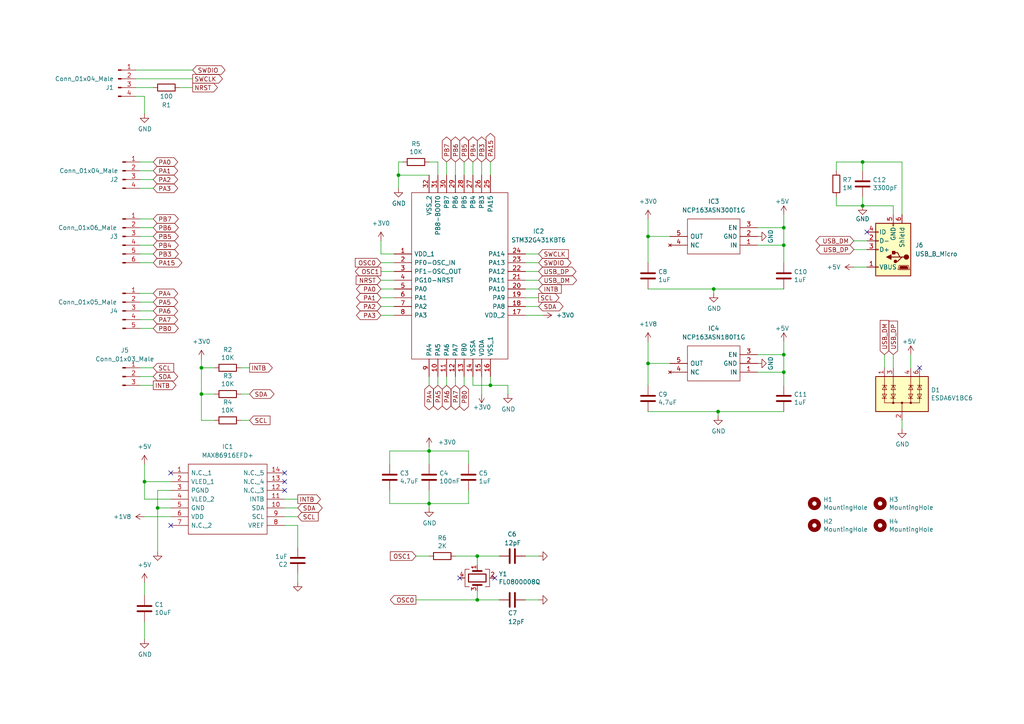
<source format=kicad_sch>
(kicad_sch (version 20250114) (generator "eeschema") (generator_version "9.0")
  (paper "A4")
  (lib_symbols
    (symbol "Connector:Conn_01x03_Male" (pin_names (offset 1.016) (hide yes))
      (property "Reference" "J" (at 0 5.08 0))
      (property "Value" "Conn_01x03_Male" (at 0 -5.08 0))
      (symbol "Conn_01x03_Male_1_1"
        (rectangle (start 0.8636 2.667) (end 0 2.413) (stroke (width 0.1524)) (fill (type outline)))
        (rectangle (start 0.8636 0.127) (end 0 -0.127) (stroke (width 0.1524)) (fill (type outline)))
        (rectangle (start 0.8636 -2.413) (end 0 -2.667) (stroke (width 0.1524)) (fill (type outline)))
        (polyline (pts (xy 1.27 2.54) (xy 0.8636 2.54)) (stroke (width 0.1524)))
        (polyline (pts (xy 1.27 0) (xy 0.8636 0)) (stroke (width 0.1524)))
        (polyline (pts (xy 1.27 -2.54) (xy 0.8636 -2.54)) (stroke (width 0.1524)))
        (pin passive line (at 5.08 2.54 180) (length 3.81) (name "Pin_1") (number "1"))
        (pin passive line (at 5.08 0 180) (length 3.81) (name "Pin_2") (number "2"))
        (pin passive line (at 5.08 -2.54 180) (length 3.81) (name "Pin_3") (number "3"))
      )
    )
    (symbol "Connector:Conn_01x04_Male" (pin_names (offset 1.016) (hide yes))
      (property "Reference" "J" (at 0 5.08 0))
      (property "Value" "Conn_01x04_Male" (at 0 -7.62 0))
      (symbol "Conn_01x04_Male_1_1"
        (rectangle (start 0.8636 2.667) (end 0 2.413) (stroke (width 0.1524)) (fill (type outline)))
        (rectangle (start 0.8636 0.127) (end 0 -0.127) (stroke (width 0.1524)) (fill (type outline)))
        (rectangle (start 0.8636 -2.413) (end 0 -2.667) (stroke (width 0.1524)) (fill (type outline)))
        (rectangle (start 0.8636 -4.953) (end 0 -5.207) (stroke (width 0.1524)) (fill (type outline)))
        (polyline (pts (xy 1.27 2.54) (xy 0.8636 2.54)) (stroke (width 0.1524)))
        (polyline (pts (xy 1.27 0) (xy 0.8636 0)) (stroke (width 0.1524)))
        (polyline (pts (xy 1.27 -2.54) (xy 0.8636 -2.54)) (stroke (width 0.1524)))
        (polyline (pts (xy 1.27 -5.08) (xy 0.8636 -5.08)) (stroke (width 0.1524)))
        (pin passive line (at 5.08 2.54 180) (length 3.81) (name "Pin_1") (number "1"))
        (pin passive line (at 5.08 0 180) (length 3.81) (name "Pin_2") (number "2"))
        (pin passive line (at 5.08 -2.54 180) (length 3.81) (name "Pin_3") (number "3"))
        (pin passive line (at 5.08 -5.08 180) (length 3.81) (name "Pin_4") (number "4"))
      )
    )
    (symbol "Connector:Conn_01x05_Male" (pin_names (offset 1.016) (hide yes))
      (property "Reference" "J" (at 0 7.62 0))
      (property "Value" "Conn_01x05_Male" (at 0 -7.62 0))
      (symbol "Conn_01x05_Male_1_1"
        (rectangle (start 0.8636 5.207) (end 0 4.953) (stroke (width 0.1524)) (fill (type outline)))
        (rectangle (start 0.8636 2.667) (end 0 2.413) (stroke (width 0.1524)) (fill (type outline)))
        (rectangle (start 0.8636 0.127) (end 0 -0.127) (stroke (width 0.1524)) (fill (type outline)))
        (rectangle (start 0.8636 -2.413) (end 0 -2.667) (stroke (width 0.1524)) (fill (type outline)))
        (rectangle (start 0.8636 -4.953) (end 0 -5.207) (stroke (width 0.1524)) (fill (type outline)))
        (polyline (pts (xy 1.27 5.08) (xy 0.8636 5.08)) (stroke (width 0.1524)))
        (polyline (pts (xy 1.27 2.54) (xy 0.8636 2.54)) (stroke (width 0.1524)))
        (polyline (pts (xy 1.27 0) (xy 0.8636 0)) (stroke (width 0.1524)))
        (polyline (pts (xy 1.27 -2.54) (xy 0.8636 -2.54)) (stroke (width 0.1524)))
        (polyline (pts (xy 1.27 -5.08) (xy 0.8636 -5.08)) (stroke (width 0.1524)))
        (pin passive line (at 5.08 5.08 180) (length 3.81) (name "Pin_1") (number "1"))
        (pin passive line (at 5.08 2.54 180) (length 3.81) (name "Pin_2") (number "2"))
        (pin passive line (at 5.08 0 180) (length 3.81) (name "Pin_3") (number "3"))
        (pin passive line (at 5.08 -2.54 180) (length 3.81) (name "Pin_4") (number "4"))
        (pin passive line (at 5.08 -5.08 180) (length 3.81) (name "Pin_5") (number "5"))
      )
    )
    (symbol "Connector:Conn_01x06_Male" (pin_names (offset 1.016) (hide yes))
      (property "Reference" "J" (at 0 7.62 0))
      (property "Value" "Conn_01x06_Male" (at 0 -10.16 0))
      (symbol "Conn_01x06_Male_1_1"
        (rectangle (start 0.8636 5.207) (end 0 4.953) (stroke (width 0.1524)) (fill (type outline)))
        (rectangle (start 0.8636 2.667) (end 0 2.413) (stroke (width 0.1524)) (fill (type outline)))
        (rectangle (start 0.8636 0.127) (end 0 -0.127) (stroke (width 0.1524)) (fill (type outline)))
        (rectangle (start 0.8636 -2.413) (end 0 -2.667) (stroke (width 0.1524)) (fill (type outline)))
        (rectangle (start 0.8636 -4.953) (end 0 -5.207) (stroke (width 0.1524)) (fill (type outline)))
        (rectangle (start 0.8636 -7.493) (end 0 -7.747) (stroke (width 0.1524)) (fill (type outline)))
        (polyline (pts (xy 1.27 5.08) (xy 0.8636 5.08)) (stroke (width 0.1524)))
        (polyline (pts (xy 1.27 2.54) (xy 0.8636 2.54)) (stroke (width 0.1524)))
        (polyline (pts (xy 1.27 0) (xy 0.8636 0)) (stroke (width 0.1524)))
        (polyline (pts (xy 1.27 -2.54) (xy 0.8636 -2.54)) (stroke (width 0.1524)))
        (polyline (pts (xy 1.27 -5.08) (xy 0.8636 -5.08)) (stroke (width 0.1524)))
        (polyline (pts (xy 1.27 -7.62) (xy 0.8636 -7.62)) (stroke (width 0.1524)))
        (pin passive line (at 5.08 5.08 180) (length 3.81) (name "Pin_1") (number "1"))
        (pin passive line (at 5.08 2.54 180) (length 3.81) (name "Pin_2") (number "2"))
        (pin passive line (at 5.08 0 180) (length 3.81) (name "Pin_3") (number "3"))
        (pin passive line (at 5.08 -2.54 180) (length 3.81) (name "Pin_4") (number "4"))
        (pin passive line (at 5.08 -5.08 180) (length 3.81) (name "Pin_5") (number "5"))
        (pin passive line (at 5.08 -7.62 180) (length 3.81) (name "Pin_6") (number "6"))
      )
    )
    (symbol "Connector:USB_B_Micro" (pin_names (offset 1.016))
      (property "Reference" "J" (at -5.08 11.43 0))
      (property "Value" "USB_B_Micro" (at -5.08 8.89 0))
      (symbol "USB_B_Micro_0_1"
        (rectangle (start -5.08 -7.62) (end 5.08 7.62) (stroke (width 0.254)) (fill (type background)))
        (polyline (pts (xy -4.699 5.842) (xy -4.699 5.588) (xy -4.445 4.826) (xy -4.445 4.572) (xy -1.651 4.572) (xy -1.651 4.826) (xy -1.397 5.588) (xy -1.397 5.842) (xy -4.699 5.842)))
        (polyline (pts (xy -4.318 5.588) (xy -1.778 5.588) (xy -2.032 4.826) (xy -4.064 4.826) (xy -4.318 5.588)) (fill (type outline)))
        (circle (center -3.81 2.159) (radius 0.635) (stroke (width 0.254)) (fill (type outline)))
        (polyline (pts (xy -3.175 2.159) (xy -2.54 2.159) (xy -1.27 3.429) (xy -0.635 3.429)) (stroke (width 0.254)))
        (polyline (pts (xy -2.54 2.159) (xy -1.905 2.159) (xy -1.27 0.889) (xy 0 0.889)) (stroke (width 0.254)))
        (polyline (pts (xy -1.905 2.159) (xy 0.635 2.159)) (stroke (width 0.254)))
        (circle (center -0.635 3.429) (radius 0.381) (stroke (width 0.254)) (fill (type outline)))
        (rectangle (start -0.127 -7.62) (end 0.127 -6.858))
        (rectangle (start 0.254 1.27) (end -0.508 0.508) (stroke (width 0.254)) (fill (type outline)))
        (polyline (pts (xy 0.635 2.794) (xy 0.635 1.524) (xy 1.905 2.159) (xy 0.635 2.794)) (stroke (width 0.254)) (fill (type outline)))
        (rectangle (start 5.08 4.953) (end 4.318 5.207))
        (rectangle (start 5.08 -0.127) (end 4.318 0.127))
        (rectangle (start 5.08 -2.667) (end 4.318 -2.413))
        (rectangle (start 5.08 -5.207) (end 4.318 -4.953))
      )
      (symbol "USB_B_Micro_1_1"
        (pin passive line (at -2.54 -10.16 90) (length 2.54) (name "Shield") (number "6"))
        (pin power_out line (at 0 -10.16 90) (length 2.54) (name "GND") (number "5"))
        (pin power_out line (at 7.62 5.08 180) (length 2.54) (name "VBUS") (number "1"))
        (pin bidirectional line (at 7.62 0 180) (length 2.54) (name "D+") (number "3"))
        (pin bidirectional line (at 7.62 -2.54 180) (length 2.54) (name "D-") (number "2"))
        (pin passive line (at 7.62 -5.08 180) (length 2.54) (name "ID") (number "4"))
      )
    )
    (symbol "Device:C" (pin_numbers (hide yes)) (pin_names (offset 0.254))
      (property "Reference" "C" (at 0.635 2.54 0))
      (property "Value" "C" (at 0.635 -2.54 0))
      (symbol "C_0_1"
        (polyline (pts (xy -2.032 0.762) (xy 2.032 0.762)) (stroke (width 0.508)))
        (polyline (pts (xy -2.032 -0.762) (xy 2.032 -0.762)) (stroke (width 0.508)))
      )
      (symbol "C_1_1"
        (pin passive line (at 0 3.81 270) (length 2.794) (name "~") (number "1"))
        (pin passive line (at 0 -3.81 90) (length 2.794) (name "~") (number "2"))
      )
    )
    (symbol "Device:Crystal_GND24" (pin_names (offset 1.016) (hide yes))
      (property "Reference" "Y" (at 3.175 5.08 0))
      (property "Value" "Crystal_GND24" (at 3.175 3.175 0))
      (symbol "Crystal_GND24_0_1"
        (polyline (pts (xy -2.54 2.286) (xy -2.54 3.556) (xy 2.54 3.556) (xy 2.54 2.286)))
        (polyline (pts (xy -2.54 0) (xy -2.032 0)))
        (polyline (pts (xy -2.54 -2.286) (xy -2.54 -3.556) (xy 2.54 -3.556) (xy 2.54 -2.286)))
        (polyline (pts (xy -2.032 -1.27) (xy -2.032 1.27)) (stroke (width 0.508)))
        (rectangle (start -1.143 2.54) (end 1.143 -2.54) (stroke (width 0.3048)))
        (polyline (pts (xy 0 3.556) (xy 0 3.81)))
        (polyline (pts (xy 0 -3.81) (xy 0 -3.556)))
        (polyline (pts (xy 2.032 0) (xy 2.54 0)))
        (polyline (pts (xy 2.032 -1.27) (xy 2.032 1.27)) (stroke (width 0.508)))
      )
      (symbol "Crystal_GND24_1_1"
        (pin passive line (at -3.81 0 0) (length 1.27) (name "1") (number "1"))
        (pin passive line (at 0 5.08 270) (length 1.27) (name "2") (number "2"))
        (pin passive line (at 0 -5.08 90) (length 1.27) (name "4") (number "4"))
        (pin passive line (at 3.81 0 180) (length 1.27) (name "3") (number "3"))
      )
    )
    (symbol "Device:R" (pin_numbers (hide yes)) (pin_names (offset 0))
      (property "Reference" "R" (at 2.032 0 90))
      (property "Value" "R" (at 0 0 90))
      (symbol "R_0_1"
        (rectangle (start -1.016 -2.54) (end 1.016 2.54) (stroke (width 0.254)))
      )
      (symbol "R_1_1"
        (pin passive line (at 0 3.81 270) (length 1.27) (name "~") (number "1"))
        (pin passive line (at 0 -3.81 90) (length 1.27) (name "~") (number "2"))
      )
    )
    (symbol "Mechanical:MountingHole" (pin_names (offset 1.016))
      (property "Reference" "H" (at 0 5.08 0))
      (property "Value" "MountingHole" (at 0 3.175 0))
      (symbol "MountingHole_0_1"
        (circle (center 0 0) (radius 1.27) (stroke (width 1.27)))
      )
    )
    (symbol "Power_Protection:ESDA6V1BC6" (pin_names (hide yes))
      (property "Reference" "D" (at -2.54 -6.35 0))
      (property "Value" "ESDA6V1BC6" (at 1.27 -6.35 0))
      (symbol "ESDA6V1BC6_0_0"
        (pin passive line (at 0 -7.62 90) (length 2.54) (name "COM") (number "2"))
      )
      (symbol "ESDA6V1BC6_0_1"
        (rectangle (start -7.62 5.08) (end 7.62 -5.08) (stroke (width 0.254)) (fill (type background)))
        (polyline (pts (xy -5.715 2.54) (xy -4.445 2.54) (xy -4.445 2.286)))
        (polyline (pts (xy -5.715 -1.016) (xy -5.715 -1.27) (xy -4.445 -1.27)))
        (polyline (pts (xy -5.08 5.08) (xy -5.08 2.54)))
        (polyline (pts (xy -5.08 2.54) (xy -5.08 -1.27)))
        (polyline (pts (xy -5.08 2.54) (xy -4.445 1.27) (xy -5.715 1.27) (xy -5.08 2.54)))
        (polyline (pts (xy -5.08 -1.27) (xy -5.715 0) (xy -4.445 0) (xy -5.08 -1.27)))
        (polyline (pts (xy -5.08 -2.54) (xy -5.08 -1.27)))
        (polyline (pts (xy -5.08 -2.54) (xy 5.08 -2.54)))
        (polyline (pts (xy -3.175 2.54) (xy -1.905 2.54) (xy -1.905 2.286)))
        (polyline (pts (xy -3.175 -1.016) (xy -3.175 -1.27) (xy -1.905 -1.27)))
        (polyline (pts (xy -2.54 5.08) (xy -2.54 2.54)))
        (polyline (pts (xy -2.54 2.54) (xy -2.54 -1.27)))
        (polyline (pts (xy -2.54 2.54) (xy -1.905 1.27) (xy -3.175 1.27) (xy -2.54 2.54)))
        (polyline (pts (xy -2.54 -1.27) (xy -3.175 0) (xy -1.905 0) (xy -2.54 -1.27)))
        (circle (center -2.54 -2.54) (radius 0.254) (fill (type outline)))
        (polyline (pts (xy -2.54 -2.54) (xy -2.54 -1.27)))
        (polyline (pts (xy 0 -2.54) (xy 0 -5.08)))
        (circle (center 0 -2.54) (radius 0.254) (fill (type outline)))
        (polyline (pts (xy 1.905 2.54) (xy 3.175 2.54) (xy 3.175 2.286)))
        (polyline (pts (xy 1.905 -1.016) (xy 1.905 -1.27) (xy 3.175 -1.27)))
        (polyline (pts (xy 2.54 5.08) (xy 2.54 2.54)))
        (polyline (pts (xy 2.54 2.54) (xy 2.54 -1.27)))
        (polyline (pts (xy 2.54 2.54) (xy 3.175 1.27) (xy 1.905 1.27) (xy 2.54 2.54)))
        (polyline (pts (xy 2.54 -1.27) (xy 1.905 0) (xy 3.175 0) (xy 2.54 -1.27)))
        (polyline (pts (xy 2.54 -2.54) (xy 2.54 -1.27)))
        (circle (center 2.54 -2.54) (radius 0.254) (fill (type outline)))
        (polyline (pts (xy 4.445 2.54) (xy 5.715 2.54) (xy 5.715 2.286)))
        (polyline (pts (xy 4.445 -1.016) (xy 4.445 -1.27) (xy 5.715 -1.27)))
        (polyline (pts (xy 5.08 5.08) (xy 5.08 2.54)))
        (polyline (pts (xy 5.08 2.54) (xy 5.08 -1.27)))
        (polyline (pts (xy 5.08 2.54) (xy 5.715 1.27) (xy 4.445 1.27) (xy 5.08 2.54)))
        (polyline (pts (xy 5.08 -1.27) (xy 4.445 0) (xy 5.715 0) (xy 5.08 -1.27)))
        (polyline (pts (xy 5.08 -2.54) (xy 5.08 -1.27)))
      )
      (symbol "ESDA6V1BC6_1_1"
        (pin passive line (at -5.08 7.62 270) (length 2.54) (name "TVS1") (number "1"))
        (pin passive line (at -2.54 7.62 270) (length 2.54) (name "TVS2") (number "3"))
        (pin passive line (at 0 -7.62 90) (length 2.54) (hide yes) (name "COM") (number "5"))
        (pin passive line (at 2.54 7.62 270) (length 2.54) (name "TVS3") (number "4"))
        (pin passive line (at 5.08 7.62 270) (length 2.54) (name "TVS4") (number "6"))
      )
    )
    (symbol "SamacSys_Parts:MAX86916EFD+" (pin_names (offset 0.762))
      (property "Reference" "IC" (at 29.21 7.62 0))
      (property "Value" "MAX86916EFD+" (at 29.21 5.08 0))
      (symbol "MAX86916EFD+_0_0"
        (pin passive line (at 0 0 0) (length 5.08) (name "N.C._1") (number "1"))
        (pin passive line (at 0 -2.54 0) (length 5.08) (name "VLED_1") (number "2"))
        (pin passive line (at 0 -5.08 0) (length 5.08) (name "PGND") (number "3"))
        (pin passive line (at 0 -7.62 0) (length 5.08) (name "VLED_2") (number "4"))
        (pin passive line (at 0 -10.16 0) (length 5.08) (name "GND") (number "5"))
        (pin passive line (at 0 -12.7 0) (length 5.08) (name "VDD") (number "6"))
        (pin passive line (at 0 -15.24 0) (length 5.08) (name "N.C._2") (number "7"))
        (pin passive line (at 33.02 0 180) (length 5.08) (name "N.C._5") (number "14"))
        (pin passive line (at 33.02 -2.54 180) (length 5.08) (name "N.C._4") (number "13"))
        (pin passive line (at 33.02 -5.08 180) (length 5.08) (name "N.C._3") (number "12"))
        (pin passive line (at 33.02 -7.62 180) (length 5.08) (name "INTB") (number "11"))
        (pin passive line (at 33.02 -10.16 180) (length 5.08) (name "SDA") (number "10"))
        (pin passive line (at 33.02 -12.7 180) (length 5.08) (name "SCL") (number "9"))
        (pin passive line (at 33.02 -15.24 180) (length 5.08) (name "VREF") (number "8"))
      )
      (symbol "MAX86916EFD+_0_1"
        (polyline (pts (xy 5.08 2.54) (xy 27.94 2.54) (xy 27.94 -17.78) (xy 5.08 -17.78) (xy 5.08 2.54)) (stroke (width 0.1524)))
      )
    )
    (symbol "SamacSys_Parts:NCP163ASN180T1G" (pin_names (offset 0.762))
      (property "Reference" "IC" (at 21.59 7.62 0))
      (property "Value" "NCP163ASN180T1G" (at 21.59 5.08 0))
      (symbol "NCP163ASN180T1G_0_0"
        (pin passive line (at 0 0 0) (length 5.08) (name "IN") (number "1"))
        (pin passive line (at 0 -2.54 0) (length 5.08) (name "GND") (number "2"))
        (pin passive line (at 0 -5.08 0) (length 5.08) (name "EN") (number "3"))
        (pin no_connect line (at 25.4 0 180) (length 5.08) (name "NC") (number "4"))
        (pin passive line (at 25.4 -2.54 180) (length 5.08) (name "OUT") (number "5"))
      )
      (symbol "NCP163ASN180T1G_0_1"
        (polyline (pts (xy 5.08 2.54) (xy 20.32 2.54) (xy 20.32 -7.62) (xy 5.08 -7.62) (xy 5.08 2.54)) (stroke (width 0.1524)))
      )
    )
    (symbol "SamacSys_Parts:STM32G431KBT6" (pin_names (offset 0.762))
      (property "Reference" "IC" (at 34.29 22.86 0))
      (property "Value" "STM32G431KBT6" (at 34.29 20.32 0))
      (symbol "STM32G431KBT6_0_0"
        (pin passive line (at 0 0 0) (length 5.08) (name "VDD_1") (number "1"))
        (pin passive line (at 0 -2.54 0) (length 5.08) (name "PF0-OSC_IN") (number "2"))
        (pin passive line (at 0 -5.08 0) (length 5.08) (name "PF1-OSC_OUT") (number "3"))
        (pin passive line (at 0 -7.62 0) (length 5.08) (name "PG10-NRST") (number "4"))
        (pin passive line (at 0 -10.16 0) (length 5.08) (name "PA0") (number "5"))
        (pin passive line (at 0 -12.7 0) (length 5.08) (name "PA1") (number "6"))
        (pin passive line (at 0 -15.24 0) (length 5.08) (name "PA2") (number "7"))
        (pin passive line (at 0 -17.78 0) (length 5.08) (name "PA3") (number "8"))
        (pin passive line (at 10.16 22.86 270) (length 5.08) (name "VSS_2") (number "32"))
        (pin passive line (at 10.16 -35.56 90) (length 5.08) (name "PA4") (number "9"))
        (pin passive line (at 12.7 22.86 270) (length 5.08) (name "PB8-BOOT0") (number "31"))
        (pin passive line (at 12.7 -35.56 90) (length 5.08) (name "PA5") (number "10"))
        (pin passive line (at 15.24 22.86 270) (length 5.08) (name "PB7") (number "30"))
        (pin passive line (at 15.24 -35.56 90) (length 5.08) (name "PA6") (number "11"))
        (pin passive line (at 17.78 22.86 270) (length 5.08) (name "PB6") (number "29"))
        (pin passive line (at 17.78 -35.56 90) (length 5.08) (name "PA7") (number "12"))
        (pin passive line (at 20.32 22.86 270) (length 5.08) (name "PB5") (number "28"))
        (pin passive line (at 20.32 -35.56 90) (length 5.08) (name "PB0") (number "13"))
        (pin passive line (at 22.86 22.86 270) (length 5.08) (name "PB4") (number "27"))
        (pin passive line (at 22.86 -35.56 90) (length 5.08) (name "VSSA") (number "14"))
        (pin passive line (at 25.4 22.86 270) (length 5.08) (name "PB3") (number "26"))
        (pin passive line (at 25.4 -35.56 90) (length 5.08) (name "VDDA") (number "15"))
        (pin passive line (at 27.94 22.86 270) (length 5.08) (name "PA15") (number "25"))
        (pin passive line (at 27.94 -35.56 90) (length 5.08) (name "VSS_1") (number "16"))
        (pin passive line (at 38.1 0 180) (length 5.08) (name "PA14") (number "24"))
        (pin passive line (at 38.1 -2.54 180) (length 5.08) (name "PA13") (number "23"))
        (pin passive line (at 38.1 -5.08 180) (length 5.08) (name "PA12") (number "22"))
        (pin passive line (at 38.1 -7.62 180) (length 5.08) (name "PA11") (number "21"))
        (pin passive line (at 38.1 -10.16 180) (length 5.08) (name "PA10") (number "20"))
        (pin passive line (at 38.1 -12.7 180) (length 5.08) (name "PA9") (number "19"))
        (pin passive line (at 38.1 -15.24 180) (length 5.08) (name "PA8") (number "18"))
        (pin passive line (at 38.1 -17.78 180) (length 5.08) (name "VDD_2") (number "17"))
      )
      (symbol "STM32G431KBT6_0_1"
        (polyline (pts (xy 5.08 17.78) (xy 33.02 17.78) (xy 33.02 -30.48) (xy 5.08 -30.48) (xy 5.08 17.78)) (stroke (width 0.1524)))
      )
    )
    (symbol "power:+1V8" (power) (pin_names (offset 0))
      (property "Value" "+1V8" (at 0 3.556 0))
      (symbol "+1V8_0_1"
        (polyline (pts (xy -0.762 1.27) (xy 0 2.54)))
        (polyline (pts (xy 0 2.54) (xy 0.762 1.27)))
        (polyline (pts (xy 0 0) (xy 0 2.54)))
      )
      (symbol "+1V8_1_1"
        (pin power_in line (at 0 0 90) (length 0) (hide yes) (name "+1V8") (number "1"))
      )
    )
    (symbol "power:+3V0" (power) (pin_names (offset 0))
      (property "Value" "+3V0" (at 0 3.556 0))
      (symbol "+3V0_0_1"
        (polyline (pts (xy -0.762 1.27) (xy 0 2.54)))
        (polyline (pts (xy 0 2.54) (xy 0.762 1.27)))
        (polyline (pts (xy 0 0) (xy 0 2.54)))
      )
      (symbol "+3V0_1_1"
        (pin power_in line (at 0 0 90) (length 0) (hide yes) (name "+3V0") (number "1"))
      )
    )
    (symbol "power:+5V" (power) (pin_names (offset 0))
      (property "Value" "+5V" (at 0 3.556 0))
      (symbol "+5V_0_1"
        (polyline (pts (xy -0.762 1.27) (xy 0 2.54)))
        (polyline (pts (xy 0 2.54) (xy 0.762 1.27)))
        (polyline (pts (xy 0 0) (xy 0 2.54)))
      )
      (symbol "+5V_1_1"
        (pin power_in line (at 0 0 90) (length 0) (hide yes) (name "+5V") (number "1"))
      )
    )
    (symbol "power:GND" (power) (pin_names (offset 0))
      (property "Value" "GND" (at 0 -3.81 0))
      (symbol "GND_0_1"
        (polyline (pts (xy 0 0) (xy 0 -1.27) (xy 1.27 -1.27) (xy 0 -2.54) (xy -1.27 -1.27) (xy 0 -1.27)))
      )
      (symbol "GND_1_1"
        (pin power_in line (at 0 0 270) (length 0) (hide yes) (name "GND") (number "1"))
      )
    )
  )
  (junction (at 45.72 147.32))
  (junction (at 187.96 68.58))
  (junction (at 250.19 59.69))
  (junction (at 115.57 50.8))
  (junction (at 207.01 83.82))
  (junction (at 142.24 111.76))
  (junction (at 58.42 114.3))
  (junction (at 227.33 66.04))
  (junction (at 187.96 105.41))
  (junction (at 138.43 173.99))
  (junction (at 227.33 102.87))
  (junction (at 41.91 139.7))
  (junction (at 138.43 161.29))
  (junction (at 227.33 107.95))
  (junction (at 58.42 106.68))
  (junction (at 124.46 146.05))
  (junction (at 250.19 46.99))
  (junction (at 208.28 119.38))
  (junction (at 227.33 71.12))
  (junction (at 124.46 130.81))
  (no_connect (at 251.46 67.31))
  (no_connect (at 266.7 106.68))
  (no_connect (at 133.35 167.64))
  (no_connect (at 49.53 137.16))
  (no_connect (at 49.53 152.4))
  (no_connect (at 82.55 137.16))
  (no_connect (at 82.55 142.24))
  (no_connect (at 82.55 139.7))
  (no_connect (at 143.51 167.64))
  (wire (pts (xy 124.46 146.05) (xy 113.03 146.05)))
  (wire (pts (xy 207.01 83.82) (xy 227.33 83.82)))
  (wire (pts (xy 55.88 22.86) (xy 39.37 22.86)))
  (wire (pts (xy 227.33 107.95) (xy 227.33 111.76)))
  (wire (pts (xy 152.4 78.74) (xy 156.21 78.74)))
  (wire (pts (xy 58.42 104.14) (xy 58.42 106.68)))
  (wire (pts (xy 40.64 90.17) (xy 44.45 90.17)))
  (wire (pts (xy 55.88 20.32) (xy 39.37 20.32)))
  (wire (pts (xy 40.64 95.25) (xy 44.45 95.25)))
  (wire (pts (xy 41.91 27.94) (xy 41.91 33.02)))
  (wire (pts (xy 110.49 81.28) (xy 114.3 81.28)))
  (wire (pts (xy 152.4 81.28) (xy 156.21 81.28)))
  (wire (pts (xy 219.71 107.95) (xy 227.33 107.95)))
  (wire (pts (xy 114.3 73.66) (xy 110.49 73.66)))
  (wire (pts (xy 219.71 71.12) (xy 227.33 71.12)))
  (wire (pts (xy 58.42 114.3) (xy 58.42 106.68)))
  (wire (pts (xy 152.4 83.82) (xy 156.21 83.82)))
  (wire (pts (xy 55.88 25.4) (xy 52.07 25.4)))
  (wire (pts (xy 187.96 119.38) (xy 208.28 119.38)))
  (wire (pts (xy 152.4 91.44) (xy 157.48 91.44)))
  (wire (pts (xy 142.24 46.99) (xy 142.24 50.8)))
  (wire (pts (xy 124.46 147.32) (xy 124.46 146.05)))
  (wire (pts (xy 261.62 62.23) (xy 261.62 46.99)))
  (wire (pts (xy 69.85 121.92) (xy 72.39 121.92)))
  (wire (pts (xy 40.64 109.22) (xy 44.45 109.22)))
  (wire (pts (xy 135.89 146.05) (xy 124.46 146.05)))
  (wire (pts (xy 58.42 114.3) (xy 62.23 114.3)))
  (wire (pts (xy 62.23 121.92) (xy 58.42 121.92)))
  (wire (pts (xy 120.65 173.99) (xy 138.43 173.99)))
  (wire (pts (xy 40.64 68.58) (xy 44.45 68.58)))
  (wire (pts (xy 139.7 109.22) (xy 139.7 114.3)))
  (wire (pts (xy 44.45 25.4) (xy 39.37 25.4)))
  (wire (pts (xy 142.24 111.76) (xy 147.32 111.76)))
  (wire (pts (xy 82.55 149.86) (xy 86.36 149.86)))
  (wire (pts (xy 58.42 121.92) (xy 58.42 114.3)))
  (wire (pts (xy 132.08 109.22) (xy 132.08 111.76)))
  (wire (pts (xy 110.49 73.66) (xy 110.49 69.85)))
  (wire (pts (xy 82.55 152.4) (xy 86.36 152.4)))
  (wire (pts (xy 49.53 142.24) (xy 45.72 142.24)))
  (wire (pts (xy 40.64 111.76) (xy 44.45 111.76)))
  (wire (pts (xy 132.08 46.99) (xy 132.08 50.8)))
  (wire (pts (xy 219.71 66.04) (xy 227.33 66.04)))
  (wire (pts (xy 40.64 92.71) (xy 44.45 92.71)))
  (wire (pts (xy 113.03 142.24) (xy 113.03 146.05)))
  (wire (pts (xy 194.31 68.58) (xy 187.96 68.58)))
  (wire (pts (xy 250.19 46.99) (xy 250.19 49.53)))
  (wire (pts (xy 152.4 86.36) (xy 156.21 86.36)))
  (wire (pts (xy 40.64 73.66) (xy 44.45 73.66)))
  (wire (pts (xy 142.24 109.22) (xy 142.24 111.76)))
  (wire (pts (xy 44.45 54.61) (xy 40.64 54.61)))
  (wire (pts (xy 120.65 161.29) (xy 124.46 161.29)))
  (wire (pts (xy 138.43 173.99) (xy 144.78 173.99)))
  (wire (pts (xy 250.19 59.69) (xy 259.08 59.69)))
  (wire (pts (xy 41.91 168.91) (xy 41.91 172.72)))
  (wire (pts (xy 40.64 66.04) (xy 44.45 66.04)))
  (wire (pts (xy 69.85 106.68) (xy 72.39 106.68)))
  (wire (pts (xy 86.36 152.4) (xy 86.36 158.75)))
  (wire (pts (xy 110.49 76.2) (xy 114.3 76.2)))
  (wire (pts (xy 41.91 180.34) (xy 41.91 185.42)))
  (wire (pts (xy 129.54 109.22) (xy 129.54 111.76)))
  (wire (pts (xy 137.16 111.76) (xy 142.24 111.76)))
  (wire (pts (xy 49.53 144.78) (xy 41.91 144.78)))
  (wire (pts (xy 39.37 27.94) (xy 41.91 27.94)))
  (wire (pts (xy 138.43 161.29) (xy 138.43 163.83)))
  (wire (pts (xy 135.89 134.62) (xy 135.89 130.81)))
  (wire (pts (xy 227.33 102.87) (xy 227.33 107.95)))
  (wire (pts (xy 110.49 78.74) (xy 114.3 78.74)))
  (wire (pts (xy 261.62 121.92) (xy 261.62 124.46)))
  (wire (pts (xy 115.57 46.99) (xy 115.57 50.8)))
  (wire (pts (xy 69.85 114.3) (xy 72.39 114.3)))
  (wire (pts (xy 110.49 83.82) (xy 114.3 83.82)))
  (wire (pts (xy 152.4 88.9) (xy 156.21 88.9)))
  (wire (pts (xy 115.57 50.8) (xy 124.46 50.8)))
  (wire (pts (xy 194.31 105.41) (xy 187.96 105.41)))
  (wire (pts (xy 44.45 52.07) (xy 40.64 52.07)))
  (wire (pts (xy 41.91 134.62) (xy 41.91 139.7)))
  (wire (pts (xy 227.33 71.12) (xy 227.33 76.2)))
  (wire (pts (xy 40.64 76.2) (xy 44.45 76.2)))
  (wire (pts (xy 110.49 91.44) (xy 114.3 91.44)))
  (wire (pts (xy 250.19 46.99) (xy 242.57 46.99)))
  (wire (pts (xy 247.65 72.39) (xy 251.46 72.39)))
  (wire (pts (xy 259.08 102.87) (xy 259.08 106.68)))
  (wire (pts (xy 187.96 68.58) (xy 187.96 76.2)))
  (wire (pts (xy 40.64 71.12) (xy 44.45 71.12)))
  (wire (pts (xy 41.91 149.86) (xy 49.53 149.86)))
  (wire (pts (xy 138.43 161.29) (xy 144.78 161.29)))
  (wire (pts (xy 82.55 144.78) (xy 86.36 144.78)))
  (wire (pts (xy 113.03 134.62) (xy 113.03 130.81)))
  (wire (pts (xy 147.32 111.76) (xy 147.32 114.3)))
  (wire (pts (xy 45.72 147.32) (xy 45.72 160.02)))
  (wire (pts (xy 134.62 46.99) (xy 134.62 50.8)))
  (wire (pts (xy 44.45 49.53) (xy 40.64 49.53)))
  (wire (pts (xy 187.96 83.82) (xy 207.01 83.82)))
  (wire (pts (xy 137.16 46.99) (xy 137.16 50.8)))
  (wire (pts (xy 127 109.22) (xy 127 111.76)))
  (wire (pts (xy 242.57 46.99) (xy 242.57 49.53)))
  (wire (pts (xy 44.45 46.99) (xy 40.64 46.99)))
  (wire (pts (xy 45.72 147.32) (xy 49.53 147.32)))
  (wire (pts (xy 41.91 139.7) (xy 49.53 139.7)))
  (wire (pts (xy 134.62 109.22) (xy 134.62 111.76)))
  (wire (pts (xy 247.65 77.47) (xy 251.46 77.47)))
  (wire (pts (xy 227.33 62.23) (xy 227.33 66.04)))
  (wire (pts (xy 135.89 142.24) (xy 135.89 146.05)))
  (wire (pts (xy 40.64 106.68) (xy 44.45 106.68)))
  (wire (pts (xy 124.46 109.22) (xy 124.46 111.76)))
  (wire (pts (xy 139.7 46.99) (xy 139.7 50.8)))
  (wire (pts (xy 152.4 173.99) (xy 156.21 173.99)))
  (wire (pts (xy 256.54 102.87) (xy 256.54 106.68)))
  (wire (pts (xy 137.16 109.22) (xy 137.16 111.76)))
  (wire (pts (xy 110.49 86.36) (xy 114.3 86.36)))
  (wire (pts (xy 40.64 85.09) (xy 44.45 85.09)))
  (wire (pts (xy 124.46 130.81) (xy 135.89 130.81)))
  (wire (pts (xy 227.33 66.04) (xy 227.33 71.12)))
  (wire (pts (xy 124.46 46.99) (xy 127 46.99)))
  (wire (pts (xy 187.96 105.41) (xy 187.96 111.76)))
  (wire (pts (xy 132.08 161.29) (xy 138.43 161.29)))
  (wire (pts (xy 242.57 57.15) (xy 242.57 59.69)))
  (wire (pts (xy 152.4 76.2) (xy 156.21 76.2)))
  (wire (pts (xy 247.65 69.85) (xy 251.46 69.85)))
  (wire (pts (xy 110.49 88.9) (xy 114.3 88.9)))
  (wire (pts (xy 152.4 73.66) (xy 156.21 73.66)))
  (wire (pts (xy 124.46 142.24) (xy 124.46 146.05)))
  (wire (pts (xy 138.43 171.45) (xy 138.43 173.99)))
  (wire (pts (xy 219.71 102.87) (xy 227.33 102.87)))
  (wire (pts (xy 40.64 63.5) (xy 44.45 63.5)))
  (wire (pts (xy 58.42 106.68) (xy 62.23 106.68)))
  (wire (pts (xy 86.36 166.37) (xy 86.36 168.91)))
  (wire (pts (xy 41.91 144.78) (xy 41.91 139.7)))
  (wire (pts (xy 124.46 129.54) (xy 124.46 130.81)))
  (wire (pts (xy 242.57 59.69) (xy 250.19 59.69)))
  (wire (pts (xy 129.54 46.99) (xy 129.54 50.8)))
  (wire (pts (xy 250.19 57.15) (xy 250.19 59.69)))
  (wire (pts (xy 208.28 119.38) (xy 208.28 120.65)))
  (wire (pts (xy 82.55 147.32) (xy 86.36 147.32)))
  (wire (pts (xy 115.57 50.8) (xy 115.57 54.61)))
  (wire (pts (xy 227.33 99.06) (xy 227.33 102.87)))
  (wire (pts (xy 45.72 142.24) (xy 45.72 147.32)))
  (wire (pts (xy 187.96 68.58) (xy 187.96 63.5)))
  (wire (pts (xy 113.03 130.81) (xy 124.46 130.81)))
  (wire (pts (xy 152.4 161.29) (xy 156.21 161.29)))
  (wire (pts (xy 40.64 87.63) (xy 44.45 87.63)))
  (wire (pts (xy 264.16 102.87) (xy 264.16 106.68)))
  (wire (pts (xy 208.28 119.38) (xy 227.33 119.38)))
  (wire (pts (xy 116.84 46.99) (xy 115.57 46.99)))
  (wire (pts (xy 259.08 59.69) (xy 259.08 62.23)))
  (wire (pts (xy 124.46 134.62) (xy 124.46 130.81)))
  (wire (pts (xy 127 46.99) (xy 127 50.8)))
  (wire (pts (xy 261.62 46.99) (xy 250.19 46.99)))
  (wire (pts (xy 187.96 99.06) (xy 187.96 105.41)))
  (wire (pts (xy 207.01 83.82) (xy 207.01 85.09)))
  (global_label "USB_DP" (shape bidirectional) (at 156.21 78.74 0) (property "Intersheetrefs" "${INTERSHEET_REFS}" (effects (hide yes))))
  (global_label "PB5" (shape bidirectional) (at 44.45 68.58 0) (property "Intersheetrefs" "${INTERSHEET_REFS}" (effects (hide yes))))
  (global_label "PA7" (shape bidirectional) (at 44.45 92.71 0) (property "Intersheetrefs" "${INTERSHEET_REFS}" (effects (hide yes))))
  (global_label "NRST" (shape output) (at 55.88 25.4 0) (property "Intersheetrefs" "${INTERSHEET_REFS}" (effects (hide yes))))
  (global_label "PA0" (shape bidirectional) (at 44.45 46.99 0) (property "Intersheetrefs" "${INTERSHEET_REFS}" (effects (hide yes))))
  (global_label "SDA" (shape bidirectional) (at 44.45 109.22 0) (property "Intersheetrefs" "${INTERSHEET_REFS}" (effects (hide yes))))
  (global_label "SCL" (shape input) (at 72.39 121.92 0) (property "Intersheetrefs" "${INTERSHEET_REFS}" (effects (hide yes))))
  (global_label "PA4" (shape bidirectional) (at 44.45 85.09 0) (property "Intersheetrefs" "${INTERSHEET_REFS}" (effects (hide yes))))
  (global_label "PB4" (shape bidirectional) (at 137.16 46.99 90) (property "Intersheetrefs" "${INTERSHEET_REFS}" (effects (hide yes))))
  (global_label "INTB" (shape input) (at 156.21 83.82 0) (property "Intersheetrefs" "${INTERSHEET_REFS}" (effects (hide yes))))
  (global_label "USB_DP" (shape input) (at 259.08 102.87 90) (property "Intersheetrefs" "${INTERSHEET_REFS}" (effects (hide yes))))
  (global_label "PA6" (shape bidirectional) (at 129.54 111.76 270) (property "Intersheetrefs" "${INTERSHEET_REFS}" (effects (hide yes))))
  (global_label "PA7" (shape bidirectional) (at 132.08 111.76 270) (property "Intersheetrefs" "${INTERSHEET_REFS}" (effects (hide yes))))
  (global_label "PB0" (shape bidirectional) (at 44.45 95.25 0) (property "Intersheetrefs" "${INTERSHEET_REFS}" (effects (hide yes))))
  (global_label "OSC1" (shape input) (at 120.65 161.29 180) (property "Intersheetrefs" "${INTERSHEET_REFS}" (effects (hide yes))))
  (global_label "NRST" (shape input) (at 110.49 81.28 180) (property "Intersheetrefs" "${INTERSHEET_REFS}" (effects (hide yes))))
  (global_label "PB3" (shape bidirectional) (at 44.45 73.66 0) (property "Intersheetrefs" "${INTERSHEET_REFS}" (effects (hide yes))))
  (global_label "INTB" (shape output) (at 72.39 106.68 0) (property "Intersheetrefs" "${INTERSHEET_REFS}" (effects (hide yes))))
  (global_label "PB5" (shape bidirectional) (at 134.62 46.99 90) (property "Intersheetrefs" "${INTERSHEET_REFS}" (effects (hide yes))))
  (global_label "PA5" (shape bidirectional) (at 44.45 87.63 0) (property "Intersheetrefs" "${INTERSHEET_REFS}" (effects (hide yes))))
  (global_label "PA15" (shape bidirectional) (at 44.45 76.2 0) (property "Intersheetrefs" "${INTERSHEET_REFS}" (effects (hide yes))))
  (global_label "SWCLK" (shape input) (at 156.21 73.66 0) (property "Intersheetrefs" "${INTERSHEET_REFS}" (effects (hide yes))))
  (global_label "PB7" (shape bidirectional) (at 129.54 46.99 90) (property "Intersheetrefs" "${INTERSHEET_REFS}" (effects (hide yes))))
  (global_label "PB6" (shape bidirectional) (at 132.08 46.99 90) (property "Intersheetrefs" "${INTERSHEET_REFS}" (effects (hide yes))))
  (global_label "PA1" (shape bidirectional) (at 110.49 86.36 180) (property "Intersheetrefs" "${INTERSHEET_REFS}" (effects (hide yes))))
  (global_label "USB_DM" (shape bidirectional) (at 247.65 69.85 180) (property "Intersheetrefs" "${INTERSHEET_REFS}" (effects (hide yes))))
  (global_label "PA4" (shape bidirectional) (at 124.46 111.76 270) (property "Intersheetrefs" "${INTERSHEET_REFS}" (effects (hide yes))))
  (global_label "PA3" (shape bidirectional) (at 44.45 54.61 0) (property "Intersheetrefs" "${INTERSHEET_REFS}" (effects (hide yes))))
  (global_label "PB6" (shape bidirectional) (at 44.45 66.04 0) (property "Intersheetrefs" "${INTERSHEET_REFS}" (effects (hide yes))))
  (global_label "PB4" (shape bidirectional) (at 44.45 71.12 0) (property "Intersheetrefs" "${INTERSHEET_REFS}" (effects (hide yes))))
  (global_label "PA1" (shape bidirectional) (at 44.45 49.53 0) (property "Intersheetrefs" "${INTERSHEET_REFS}" (effects (hide yes))))
  (global_label "SDA" (shape bidirectional) (at 86.36 147.32 0) (property "Intersheetrefs" "${INTERSHEET_REFS}" (effects (hide yes))))
  (global_label "SDA" (shape bidirectional) (at 156.21 88.9 0) (property "Intersheetrefs" "${INTERSHEET_REFS}" (effects (hide yes))))
  (global_label "SWCLK" (shape output) (at 55.88 22.86 0) (property "Intersheetrefs" "${INTERSHEET_REFS}" (effects (hide yes))))
  (global_label "PB7" (shape bidirectional) (at 44.45 63.5 0) (property "Intersheetrefs" "${INTERSHEET_REFS}" (effects (hide yes))))
  (global_label "SCL" (shape input) (at 44.45 106.68 0) (property "Intersheetrefs" "${INTERSHEET_REFS}" (effects (hide yes))))
  (global_label "PA15" (shape bidirectional) (at 142.24 46.99 90) (property "Intersheetrefs" "${INTERSHEET_REFS}" (effects (hide yes))))
  (global_label "SWDIO" (shape bidirectional) (at 55.88 20.32 0) (property "Intersheetrefs" "${INTERSHEET_REFS}" (effects (hide yes))))
  (global_label "PA5" (shape bidirectional) (at 127 111.76 270) (property "Intersheetrefs" "${INTERSHEET_REFS}" (effects (hide yes))))
  (global_label "OSC0" (shape input) (at 110.49 76.2 180) (property "Intersheetrefs" "${INTERSHEET_REFS}" (effects (hide yes))))
  (global_label "SWDIO" (shape bidirectional) (at 156.21 76.2 0) (property "Intersheetrefs" "${INTERSHEET_REFS}" (effects (hide yes))))
  (global_label "PA3" (shape bidirectional) (at 110.49 91.44 180) (property "Intersheetrefs" "${INTERSHEET_REFS}" (effects (hide yes))))
  (global_label "PA6" (shape bidirectional) (at 44.45 90.17 0) (property "Intersheetrefs" "${INTERSHEET_REFS}" (effects (hide yes))))
  (global_label "INTB" (shape output) (at 44.45 111.76 0) (property "Intersheetrefs" "${INTERSHEET_REFS}" (effects (hide yes))))
  (global_label "SCL" (shape output) (at 156.21 86.36 0) (property "Intersheetrefs" "${INTERSHEET_REFS}" (effects (hide yes))))
  (global_label "USB_DP" (shape bidirectional) (at 247.65 72.39 180) (property "Intersheetrefs" "${INTERSHEET_REFS}" (effects (hide yes))))
  (global_label "INTB" (shape output) (at 86.36 144.78 0) (property "Intersheetrefs" "${INTERSHEET_REFS}" (effects (hide yes))))
  (global_label "OSC0" (shape output) (at 120.65 173.99 180) (property "Intersheetrefs" "${INTERSHEET_REFS}" (effects (hide yes))))
  (global_label "PA2" (shape bidirectional) (at 44.45 52.07 0) (property "Intersheetrefs" "${INTERSHEET_REFS}" (effects (hide yes))))
  (global_label "PA0" (shape bidirectional) (at 110.49 83.82 180) (property "Intersheetrefs" "${INTERSHEET_REFS}" (effects (hide yes))))
  (global_label "SDA" (shape bidirectional) (at 72.39 114.3 0) (property "Intersheetrefs" "${INTERSHEET_REFS}" (effects (hide yes))))
  (global_label "SCL" (shape input) (at 86.36 149.86 0) (property "Intersheetrefs" "${INTERSHEET_REFS}" (effects (hide yes))))
  (global_label "USB_DM" (shape input) (at 256.54 102.87 90) (property "Intersheetrefs" "${INTERSHEET_REFS}" (effects (hide yes))))
  (global_label "PB3" (shape bidirectional) (at 139.7 46.99 90) (property "Intersheetrefs" "${INTERSHEET_REFS}" (effects (hide yes))))
  (global_label "PB0" (shape bidirectional) (at 134.62 111.76 270) (property "Intersheetrefs" "${INTERSHEET_REFS}" (effects (hide yes))))
  (global_label "OSC1" (shape output) (at 110.49 78.74 180) (property "Intersheetrefs" "${INTERSHEET_REFS}" (effects (hide yes))))
  (global_label "PA2" (shape bidirectional) (at 110.49 88.9 180) (property "Intersheetrefs" "${INTERSHEET_REFS}" (effects (hide yes))))
  (global_label "USB_DM" (shape bidirectional) (at 156.21 81.28 0) (property "Intersheetrefs" "${INTERSHEET_REFS}" (effects (hide yes))))
  (symbol (lib_id "power:GND") (at 45.72 160.02 0) (unit 1)
    (property "Reference" "#PWR06" (effects (hide yes)))
    (property "Value" "GND" (effects (hide yes)))
  )
  (symbol (lib_id "SamacSys_Parts:NCP163ASN180T1G") (at 219.71 71.12 180) (unit 1)
    (property "Reference" "IC3" (at 207.01 58.42 0))
    (property "Value" "NCP163ASN300T1G" (at 207.01 60.96 0))
    (property "Footprint" "SOT95P280X145-5N" (effects (hide yes)))
    (property "Datasheet" "https://componentsearchengine.com/Datasheets/1/NCP163ASN180T1G.pdf" (effects (hide yes)))
    (property "Description" "LDO Voltage Regulators LDO Reg, Ultra-Low Noise High PSRR 1.8V" (effects (hide yes)))
    (property "Height" "1.45" (effects (hide yes)))
    (property "Mouser Part Number" "863-NCP163ASN180T1G" (effects (hide yes)))
    (property "Mouser Price/Stock" "https://www.mouser.co.uk/ProductDetail/ON-Semiconductor/NCP163ASN180T1G?qs=vLWxofP3U2z0o2tJM%252BNAYw%3D%3D" (effects (hide yes)))
    (property "Manufacturer_Name" "ON Semiconductor" (effects (hide yes)))
    (property "Manufacturer_Part_Number" "NCP163ASN180T1G" (effects (hide yes)))
  )
  (symbol (lib_id "power:+3V0") (at 187.96 63.5 0) (unit 1)
    (property "Reference" "#PWR018" (effects (hide yes)))
    (property "Value" "+3V0" (at 187.96 58.42 0))
  )
  (symbol (lib_id "Device:C") (at 250.19 53.34 0) (unit 1)
    (property "Reference" "C12" (at 253.111 52.1716 0) (effects (justify left)))
    (property "Value" "3300pF" (at 253.111 54.483 0) (effects (justify left)))
    (property "Footprint" "Capacitor_SMD:C_0805_2012Metric_Pad1.18x1.45mm_HandSolder" (effects (hide yes)))
  )
  (symbol (lib_id "Device:R") (at 66.04 114.3 270) (unit 1)
    (property "Reference" "R3" (at 66.04 109.0422 90))
    (property "Value" "10K" (at 66.04 111.3536 90))
    (property "Footprint" "Resistor_SMD:R_0805_2012Metric" (effects (hide yes)))
  )
  (symbol (lib_id "Device:R") (at 120.65 46.99 270) (unit 1)
    (property "Reference" "R5" (at 120.65 41.7322 90))
    (property "Value" "10K" (at 120.65 44.0436 90))
    (property "Footprint" "Resistor_SMD:R_0805_2012Metric" (effects (hide yes)))
  )
  (symbol (lib_id "power:GND") (at 219.71 105.41 90) (unit 1)
    (property "Reference" "#PWR023" (effects (hide yes)))
    (property "Value" "GND" (at 223.52 105.41 0))
  )
  (symbol (lib_id "power:GND") (at 115.57 54.61 0) (unit 1)
    (property "Reference" "#PWR010" (effects (hide yes)))
    (property "Value" "GND" (at 115.697 59.0042 0))
  )
  (symbol (lib_id "power:+1V8") (at 41.91 149.86 90) (unit 1)
    (property "Reference" "#PWR03" (effects (hide yes)))
    (property "Value" "+1V8" (at 38.1 149.8599 90) (effects (justify left)))
  )
  (symbol (lib_id "power:GND") (at 207.01 85.09 0) (unit 1)
    (property "Reference" "#PWR020" (effects (hide yes)))
    (property "Value" "GND" (at 207.137 89.4842 0))
  )
  (symbol (lib_id "Device:C") (at 124.46 138.43 0) (unit 1)
    (property "Reference" "C4" (at 127.381 137.2616 0) (effects (justify left)))
    (property "Value" "100nF" (at 127.381 139.573 0) (effects (justify left)))
    (property "Footprint" "Capacitor_SMD:C_0805_2012Metric_Pad1.18x1.45mm_HandSolder" (effects (hide yes)))
  )
  (symbol (lib_id "power:+5V") (at 227.33 62.23 0) (unit 1)
    (property "Reference" "#PWR024" (effects (hide yes)))
    (property "Value" "+5V" (at 224.79 58.42 0) (effects (justify left)))
  )
  (symbol (lib_id "power:GND") (at 156.21 161.29 90) (unit 1)
    (property "Reference" "#PWR015" (effects (hide yes)))
    (property "Value" "GND" (effects (hide yes)))
  )
  (symbol (lib_id "power:GND") (at 41.91 185.42 0) (unit 1)
    (property "Reference" "#PWR05" (effects (hide yes)))
    (property "Value" "GND" (at 42.037 189.8142 0))
  )
  (symbol (lib_id "Device:C") (at 135.89 138.43 0) (unit 1)
    (property "Reference" "C5" (at 138.811 137.2616 0) (effects (justify left)))
    (property "Value" "1uF" (at 138.811 139.573 0) (effects (justify left)))
    (property "Footprint" "Capacitor_SMD:C_0805_2012Metric_Pad1.18x1.45mm_HandSolder" (effects (hide yes)))
  )
  (symbol (lib_id "Device:C") (at 148.59 161.29 90) (unit 1)
    (property "Reference" "C6" (at 149.86 154.94 90) (effects (justify left)))
    (property "Value" "12pF" (at 151.13 157.48 90) (effects (justify left)))
    (property "Footprint" "Capacitor_SMD:C_0805_2012Metric_Pad1.18x1.45mm_HandSolder" (effects (hide yes)))
  )
  (symbol (lib_id "power:+5V") (at 264.16 102.87 0) (unit 1)
    (property "Reference" "#PWR029" (effects (hide yes)))
    (property "Value" "+5V" (at 261.62 99.06 0) (effects (justify left)))
  )
  (symbol (lib_id "Connector:USB_B_Micro") (at 259.08 72.39 180) (unit 1)
    (property "Reference" "J6" (at 265.43 71.1199 0) (effects (justify right)))
    (property "Value" "USB_B_Micro" (at 265.43 73.6599 0) (effects (justify right)))
    (property "Footprint" "Connector_USB:USB_Micro-B_Amphenol_10103594-0001LF_Horizontal" (effects (hide yes)))
    (property "mouser part number" "649-10103594-0001LF" (effects (hide yes)))
  )
  (symbol (lib_id "power:+3V0") (at 58.42 104.14 0) (unit 1)
    (property "Reference" "#PWR07" (effects (hide yes)))
    (property "Value" "+3V0" (at 58.42 99.06 0))
  )
  (symbol (lib_id "power:GND") (at 208.28 120.65 0) (unit 1)
    (property "Reference" "#PWR021" (effects (hide yes)))
    (property "Value" "GND" (at 208.407 125.0442 0))
  )
  (symbol (lib_id "Device:C") (at 86.36 162.56 180) (unit 1)
    (property "Reference" "C2" (at 83.439 163.7284 0) (effects (justify left)))
    (property "Value" "1uF" (at 83.439 161.417 0) (effects (justify left)))
    (property "Footprint" "Capacitor_SMD:C_0805_2012Metric_Pad1.18x1.45mm_HandSolder" (effects (hide yes)))
  )
  (symbol (lib_id "Device:R") (at 66.04 121.92 270) (unit 1)
    (property "Reference" "R4" (at 66.04 116.6622 90))
    (property "Value" "10K" (at 66.04 118.9736 90))
    (property "Footprint" "Resistor_SMD:R_0805_2012Metric" (effects (hide yes)))
  )
  (symbol (lib_id "Mechanical:MountingHole") (at 236.22 146.05 0) (unit 1)
    (property "Reference" "H1" (at 238.76 144.8816 0) (effects (justify left)))
    (property "Value" "MountingHole" (at 238.76 147.193 0) (effects (justify left)))
    (property "Footprint" "MountingHole:MountingHole_3mm" (effects (hide yes)))
  )
  (symbol (lib_id "Connector:Conn_01x06_Male") (at 35.56 68.58 0) (unit 1)
    (property "Reference" "J3" (at 33.02 68.58 0))
    (property "Value" "Conn_01x06_Male" (at 25.4 66.04 0))
    (property "Footprint" "Connector_PinHeader_2.54mm:PinHeader_1x06_P2.54mm_Vertical" (effects (hide yes)))
  )
  (symbol (lib_id "power:GND") (at 86.36 168.91 0) (unit 1)
    (property "Reference" "#PWR08" (effects (hide yes)))
    (property "Value" "GND" (effects (hide yes)))
  )
  (symbol (lib_id "power:+3V0") (at 139.7 114.3 180) (unit 1)
    (property "Reference" "#PWR013" (effects (hide yes)))
    (property "Value" "+3V0" (at 137.16 118.11 0) (effects (justify right)))
  )
  (symbol (lib_id "Device:C") (at 41.91 176.53 0) (unit 1)
    (property "Reference" "C1" (at 44.831 175.3616 0) (effects (justify left)))
    (property "Value" "10uF" (at 44.831 177.673 0) (effects (justify left)))
    (property "Footprint" "Capacitor_SMD:C_0805_2012Metric_Pad1.18x1.45mm_HandSolder" (effects (hide yes)))
  )
  (symbol (lib_id "SamacSys_Parts:MAX86916EFD+") (at 49.53 137.16 0) (unit 1)
    (property "Reference" "IC1" (at 66.04 129.54 0))
    (property "Value" "MAX86916EFD+" (at 66.04 132.08 0))
    (property "Footprint" "MAX86916EFD" (effects (hide yes)))
    (property "Datasheet" "https://pdfserv.maximintegrated.com/en/ds/MAX86916.pdf" (effects (hide yes)))
    (property "Description" "MAXIM INTEGRATED PRODUCTS - MAX86916EFD+ - OPTICAL SENSOR MODULE, -40 TO 85DEG C" (effects (hide yes)))
    (property "Height" "1.6" (effects (hide yes)))
    (property "Manufacturer_Name" "Maxim Integrated" (effects (hide yes)))
    (property "Manufacturer_Part_Number" "MAX86916EFD+" (effects (hide yes)))
    (property "Mouser Part Number" "700-MAX86916EFD+" (effects (hide yes)))
    (property "Mouser Price/Stock" "https://www.mouser.co.uk/ProductDetail/Maxim-Integrated/MAX86916EFD%2b?qs=OlC7AqGiEDlL8YtgqcXdTA%3D%3D" (effects (hide yes)))
  )
  (symbol (lib_id "Mechanical:MountingHole") (at 236.22 152.4 0) (unit 1)
    (property "Reference" "H2" (at 238.76 151.2316 0) (effects (justify left)))
    (property "Value" "MountingHole" (at 238.76 153.543 0) (effects (justify left)))
    (property "Footprint" "MountingHole:MountingHole_3mm" (effects (hide yes)))
  )
  (symbol (lib_id "Device:C") (at 227.33 115.57 0) (unit 1)
    (property "Reference" "C11" (at 230.251 114.4016 0) (effects (justify left)))
    (property "Value" "1uF" (at 230.251 116.713 0) (effects (justify left)))
    (property "Footprint" "Capacitor_SMD:C_0805_2012Metric_Pad1.18x1.45mm_HandSolder" (effects (hide yes)))
  )
  (symbol (lib_id "power:+5V") (at 247.65 77.47 90) (unit 1)
    (property "Reference" "#PWR026" (effects (hide yes)))
    (property "Value" "+5V" (at 243.84 77.4699 90) (effects (justify left)))
  )
  (symbol (lib_id "Device:Crystal_GND24") (at 138.43 167.64 270) (unit 1)
    (property "Reference" "Y1" (at 144.6276 166.4716 90) (effects (justify left)))
    (property "Value" "FL0800008Q" (at 144.6276 168.783 90) (effects (justify left)))
    (property "Footprint" "Crystal:Crystal_SMD_3225-4Pin_3.2x2.5mm" (effects (hide yes)))
    (property "Mouser part number" "729-FL0800008Q" (effects (hide yes)))
  )
  (symbol (lib_id "power:GND") (at 250.19 59.69 0) (unit 1)
    (property "Reference" "#PWR027" (effects (hide yes)))
    (property "Value" "GND" (at 250.19 63.5 0))
  )
  (symbol (lib_id "power:GND") (at 41.91 33.02 0) (unit 1)
    (property "Reference" "#PWR01" (effects (hide yes)))
    (property "Value" "GND" (at 42.037 37.4142 0))
  )
  (symbol (lib_id "power:+5V") (at 41.91 134.62 0) (unit 1)
    (property "Reference" "#PWR02" (effects (hide yes)))
    (property "Value" "+5V" (at 41.91 129.54 0))
  )
  (symbol (lib_id "Device:R") (at 242.57 53.34 0) (unit 1)
    (property "Reference" "R7" (at 244.348 52.1716 0) (effects (justify left)))
    (property "Value" "1M" (at 244.348 54.483 0) (effects (justify left)))
    (property "Footprint" "Resistor_SMD:R_0805_2012Metric" (effects (hide yes)))
  )
  (symbol (lib_id "Connector:Conn_01x05_Male") (at 35.56 90.17 0) (unit 1)
    (property "Reference" "J4" (at 33.02 90.17 0))
    (property "Value" "Conn_01x05_Male" (at 25.4 87.63 0))
    (property "Footprint" "Connector_PinHeader_2.54mm:PinHeader_1x05_P2.54mm_Vertical" (effects (hide yes)))
  )
  (symbol (lib_id "Device:R") (at 128.27 161.29 270) (unit 1)
    (property "Reference" "R6" (at 128.27 156.0322 90))
    (property "Value" "2K" (at 128.27 158.3436 90))
    (property "Footprint" "Resistor_SMD:R_0805_2012Metric" (effects (hide yes)))
  )
  (symbol (lib_id "Device:C") (at 148.59 173.99 270) (unit 1)
    (property "Reference" "C7" (at 147.32 177.8 90) (effects (justify left)))
    (property "Value" "12pF" (at 147.32 180.34 90) (effects (justify left)))
    (property "Footprint" "Capacitor_SMD:C_0805_2012Metric_Pad1.18x1.45mm_HandSolder" (effects (hide yes)))
  )
  (symbol (lib_id "Device:C") (at 227.33 80.01 0) (unit 1)
    (property "Reference" "C10" (at 230.251 78.8416 0) (effects (justify left)))
    (property "Value" "1uF" (at 230.251 81.153 0) (effects (justify left)))
    (property "Footprint" "Capacitor_SMD:C_0805_2012Metric_Pad1.18x1.45mm_HandSolder" (effects (hide yes)))
  )
  (symbol (lib_id "Device:C") (at 187.96 115.57 0) (unit 1)
    (property "Reference" "C9" (at 190.881 114.4016 0) (effects (justify left)))
    (property "Value" "4.7uF" (at 190.881 116.713 0) (effects (justify left)))
    (property "Footprint" "Capacitor_SMD:C_0805_2012Metric_Pad1.18x1.45mm_HandSolder" (effects (hide yes)))
  )
  (symbol (lib_id "Power_Protection:ESDA6V1BC6") (at 261.62 114.3 0) (unit 1)
    (property "Reference" "D1" (at 270.002 113.1316 0) (effects (justify left)))
    (property "Value" "ESDA6V1BC6" (at 270.002 115.443 0) (effects (justify left)))
    (property "Footprint" "Package_TO_SOT_SMD:SOT-23-6" (effects (hide yes)))
    (property "Datasheet" "http://www.st.com/content/ccc/resource/technical/document/datasheet/21/07/21/e3/a8/df/42/a2/CD00001906.pdf/files/CD00001906.pdf/jcr:content/translations/en.CD00001906.pdf" (effects (hide yes)))
    (property "Mouser part number" "511-ESDA6V1BC6" (effects (hide yes)))
  )
  (symbol (lib_id "power:GND") (at 261.62 124.46 0) (unit 1)
    (property "Reference" "#PWR028" (effects (hide yes)))
    (property "Value" "GND" (at 261.747 128.8542 0))
  )
  (symbol (lib_id "Mechanical:MountingHole") (at 255.27 152.4 0) (unit 1)
    (property "Reference" "H4" (at 257.81 151.2316 0) (effects (justify left)))
    (property "Value" "MountingHole" (at 257.81 153.543 0) (effects (justify left)))
    (property "Footprint" "MountingHole:MountingHole_3mm" (effects (hide yes)))
  )
  (symbol (lib_id "power:+3V0") (at 110.49 69.85 0) (unit 1)
    (property "Reference" "#PWR09" (effects (hide yes)))
    (property "Value" "+3V0" (at 110.49 64.77 0))
  )
  (symbol (lib_id "power:+5V") (at 41.91 168.91 0) (unit 1)
    (property "Reference" "#PWR04" (effects (hide yes)))
    (property "Value" "+5V" (at 41.91 163.83 0))
  )
  (symbol (lib_id "power:+1V8") (at 187.96 99.06 0) (unit 1)
    (property "Reference" "#PWR019" (effects (hide yes)))
    (property "Value" "+1V8" (at 187.96 93.98 0))
  )
  (symbol (lib_id "Connector:Conn_01x04_Male") (at 34.29 22.86 0) (unit 1)
    (property "Reference" "J1" (at 33.02 25.4001 0) (effects (justify right)))
    (property "Value" "Conn_01x04_Male" (at 33.02 22.8601 0) (effects (justify right)))
    (property "Footprint" "Connector_PinHeader_2.54mm:PinHeader_1x04_P2.54mm_Vertical" (effects (hide yes)))
  )
  (symbol (lib_id "power:GND") (at 156.21 173.99 90) (unit 1)
    (property "Reference" "#PWR016" (effects (hide yes)))
    (property "Value" "GND" (effects (hide yes)))
  )
  (symbol (lib_id "Mechanical:MountingHole") (at 255.27 146.05 0) (unit 1)
    (property "Reference" "H3" (at 257.81 144.8816 0) (effects (justify left)))
    (property "Value" "MountingHole" (at 257.81 147.193 0) (effects (justify left)))
    (property "Footprint" "MountingHole:MountingHole_3mm" (effects (hide yes)))
  )
  (symbol (lib_id "power:+3V0") (at 124.46 129.54 0) (unit 1)
    (property "Reference" "#PWR011" (effects (hide yes)))
    (property "Value" "+3V0" (at 127 128.2699 0) (effects (justify left)))
  )
  (symbol (lib_id "Connector:Conn_01x04_Male") (at 35.56 49.53 0) (unit 1)
    (property "Reference" "J2" (at 34.29 52.0701 0) (effects (justify right)))
    (property "Value" "Conn_01x04_Male" (at 34.29 49.5301 0) (effects (justify right)))
    (property "Footprint" "Connector_PinHeader_2.54mm:PinHeader_1x04_P2.54mm_Vertical" (effects (hide yes)))
  )
  (symbol (lib_id "power:+5V") (at 227.33 99.06 0) (unit 1)
    (property "Reference" "#PWR025" (effects (hide yes)))
    (property "Value" "+5V" (at 224.79 95.25 0) (effects (justify left)))
  )
  (symbol (lib_id "Device:C") (at 113.03 138.43 0) (unit 1)
    (property "Reference" "C3" (at 115.951 137.2616 0) (effects (justify left)))
    (property "Value" "4.7uF" (at 115.951 139.573 0) (effects (justify left)))
    (property "Footprint" "Capacitor_SMD:C_0805_2012Metric_Pad1.18x1.45mm_HandSolder" (effects (hide yes)))
  )
  (symbol (lib_id "power:GND") (at 124.46 147.32 0) (unit 1)
    (property "Reference" "#PWR012" (effects (hide yes)))
    (property "Value" "GND" (at 124.587 151.7142 0))
  )
  (symbol (lib_id "SamacSys_Parts:STM32G431KBT6") (at 114.3 73.66 0) (unit 1)
    (property "Reference" "IC2" (at 156.21 67.0812 0))
    (property "Value" "STM32G431KBT6" (at 156.21 69.6212 0))
    (property "Footprint" "QFP80P900X900X160-32N" (effects (hide yes)))
    (property "Datasheet" "https://www.st.com/resource/en/datasheet/stm32g431kb.pdf" (effects (hide yes)))
    (property "Description" "ARM Microcontrollers - MCU Mainstream Arm Cortex-M4+ MCU 170MHz with 128Kbytes of Flash memory, Math Accelerator, Medium Analog level integration" (effects (hide yes)))
    (property "Height" "1.6" (effects (hide yes)))
    (property "Mouser Part Number" "511-STM32G431KBT6" (effects (hide yes)))
    (property "Mouser Price/Stock" "https://www.mouser.co.uk/ProductDetail/STMicroelectronics/STM32G431KBT6?qs=T3oQrply3y8teCTeNAFOLg%3D%3D" (effects (hide yes)))
    (property "Manufacturer_Name" "STMicroelectronics" (effects (hide yes)))
    (property "Manufacturer_Part_Number" "STM32G431KBT6" (effects (hide yes)))
  )
  (symbol (lib_id "Device:C") (at 187.96 80.01 0) (unit 1)
    (property "Reference" "C8" (at 190.881 78.8416 0) (effects (justify left)))
    (property "Value" "1uF" (at 190.881 81.153 0) (effects (justify left)))
    (property "Footprint" "Capacitor_SMD:C_0805_2012Metric_Pad1.18x1.45mm_HandSolder" (effects (hide yes)))
  )
  (symbol (lib_id "SamacSys_Parts:NCP163ASN180T1G") (at 219.71 107.95 180) (unit 1)
    (property "Reference" "IC4" (at 207.01 95.25 0))
    (property "Value" "NCP163ASN180T1G" (at 207.01 97.79 0))
    (property "Footprint" "SOT95P280X145-5N" (effects (hide yes)))
    (property "Datasheet" "https://componentsearchengine.com/Datasheets/1/NCP163ASN180T1G.pdf" (effects (hide yes)))
    (property "Description" "LDO Voltage Regulators LDO Reg, Ultra-Low Noise High PSRR 1.8V" (effects (hide yes)))
    (property "Height" "1.45" (effects (hide yes)))
    (property "Mouser Part Number" "863-NCP163ASN180T1G" (effects (hide yes)))
    (property "Mouser Price/Stock" "https://www.mouser.co.uk/ProductDetail/ON-Semiconductor/NCP163ASN180T1G?qs=vLWxofP3U2z0o2tJM%252BNAYw%3D%3D" (effects (hide yes)))
    (property "Manufacturer_Name" "ON Semiconductor" (effects (hide yes)))
    (property "Manufacturer_Part_Number" "NCP163ASN180T1G" (effects (hide yes)))
  )
  (symbol (lib_id "Device:R") (at 48.26 25.4 270) (unit 1)
    (property "Reference" "R1" (at 48.26 30.48 90))
    (property "Value" "100" (at 48.26 27.94 90))
    (property "Footprint" "Resistor_SMD:R_0805_2012Metric" (effects (hide yes)))
  )
  (symbol (lib_id "power:GND") (at 219.71 68.58 90) (unit 1)
    (property "Reference" "#PWR022" (effects (hide yes)))
    (property "Value" "GND" (at 223.52 68.58 0))
  )
  (symbol (lib_id "power:+3V0") (at 157.48 91.44 270) (unit 1)
    (property "Reference" "#PWR017" (effects (hide yes)))
    (property "Value" "+3V0" (at 161.29 91.4399 90) (effects (justify left)))
  )
  (symbol (lib_id "Device:R") (at 66.04 106.68 270) (unit 1)
    (property "Reference" "R2" (at 66.04 101.4222 90))
    (property "Value" "10K" (at 66.04 103.7336 90))
    (property "Footprint" "Resistor_SMD:R_0805_2012Metric" (effects (hide yes)))
  )
  (symbol (lib_id "power:GND") (at 147.32 114.3 0) (unit 1)
    (property "Reference" "#PWR014" (effects (hide yes)))
    (property "Value" "GND" (at 147.447 118.6942 0))
  )
  (symbol (lib_id "Connector:Conn_01x03_Male") (at 35.56 109.22 0) (unit 1)
    (property "Reference" "J5" (at 36.195 101.6 0))
    (property "Value" "Conn_01x03_Male" (at 36.195 104.14 0))
    (property "Footprint" "Connector_PinHeader_2.54mm:PinHeader_1x03_P2.54mm_Vertical" (effects (hide yes)))
  )
)
</source>
